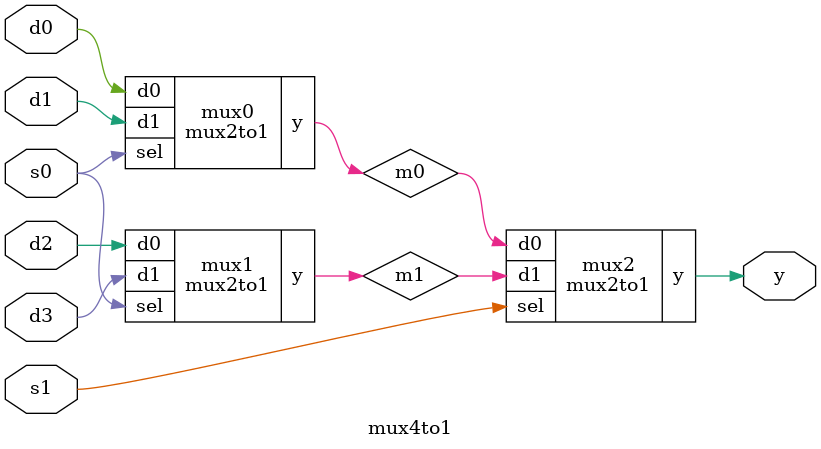
<source format=v>
module mux2to1 (
    input wire d0,input wire d1,
    input wire sel,output wire seln,
    output wire l,output wire m,
    output wire y         
);
    and g1(l,d1,sel);
    not g2(seln,sel);
    and g3(m,d0,seln);
    or g4(y,l,m);
endmodule

module mux4to1 (
    input wire d0,input wire d1,
    input wire d2,input wire d3,
    input wire s0,input wire s1,
    output wire y 
);
    wire m0, m1;

    mux2to1 mux0 (
        .d0(d0),
        .d1(d1),
        .sel(s0),
        .y(m0)
    );

    mux2to1 mux1 (
        .d0(d2),
        .d1(d3),
        .sel(s0),
        .y(m1)
    );

    mux2to1 mux2 (
        .d0(m0),
        .d1(m1),
        .sel(s1),
        .y(y)
    );
endmodule

</source>
